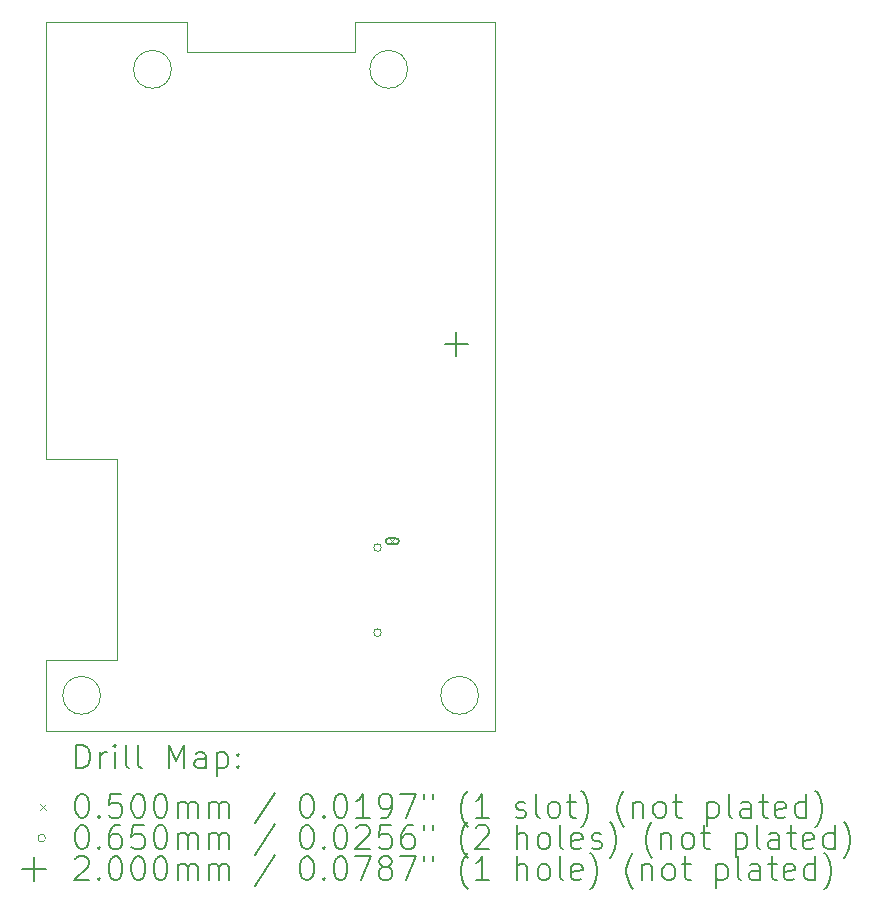
<source format=gbr>
%TF.GenerationSoftware,KiCad,Pcbnew,7.0.5*%
%TF.CreationDate,2023-06-26T09:37:44-04:00*%
%TF.ProjectId,ESP32Sensor-Sensor_board,45535033-3253-4656-9e73-6f722d53656e,rev?*%
%TF.SameCoordinates,Original*%
%TF.FileFunction,Drillmap*%
%TF.FilePolarity,Positive*%
%FSLAX45Y45*%
G04 Gerber Fmt 4.5, Leading zero omitted, Abs format (unit mm)*
G04 Created by KiCad (PCBNEW 7.0.5) date 2023-06-26 09:37:44*
%MOMM*%
%LPD*%
G01*
G04 APERTURE LIST*
%ADD10C,0.100000*%
%ADD11C,0.200000*%
%ADD12C,0.050000*%
%ADD13C,0.065000*%
G04 APERTURE END LIST*
D10*
X-1300000Y-3700000D02*
X-1300000Y-5400000D01*
X1900000Y-6000000D02*
X-1900000Y-6000000D01*
X-1900000Y0D02*
X-711200Y0D01*
X-840000Y-400000D02*
G75*
G03*
X-840000Y-400000I-160000J0D01*
G01*
X1760000Y-5700000D02*
G75*
G03*
X1760000Y-5700000I-160000J0D01*
G01*
X-1900000Y-3700000D02*
X-1300000Y-3700000D01*
X1900000Y0D02*
X1900000Y-6000000D01*
X-1900000Y-5400000D02*
X-1300000Y-5400000D01*
X-711200Y-254000D02*
X-711200Y0D01*
X-1900000Y0D02*
X-1900000Y-3700000D01*
X711200Y0D02*
X1900000Y0D01*
X-1440000Y-5700000D02*
G75*
G03*
X-1440000Y-5700000I-160000J0D01*
G01*
X711200Y0D02*
X711200Y-254000D01*
X711200Y-254000D02*
X-711200Y-254000D01*
X1160000Y-400000D02*
G75*
G03*
X1160000Y-400000I-160000J0D01*
G01*
X-1900000Y-6000000D02*
X-1900000Y-5400000D01*
D11*
D12*
X1005600Y-4370800D02*
X1055600Y-4420800D01*
X1055600Y-4370800D02*
X1005600Y-4420800D01*
D11*
X1000600Y-4420800D02*
X1060600Y-4420800D01*
X1060600Y-4420800D02*
G75*
G03*
X1060600Y-4370800I0J25000D01*
G01*
X1060600Y-4370800D02*
X1000600Y-4370800D01*
X1000600Y-4370800D02*
G75*
G03*
X1000600Y-4420800I0J-25000D01*
G01*
D13*
X938100Y-4448800D02*
G75*
G03*
X938100Y-4448800I-32500J0D01*
G01*
X938100Y-5168800D02*
G75*
G03*
X938100Y-5168800I-32500J0D01*
G01*
D11*
X1573800Y-2627800D02*
X1573800Y-2827800D01*
X1473800Y-2727800D02*
X1673800Y-2727800D01*
X-1644223Y-6316484D02*
X-1644223Y-6116484D01*
X-1644223Y-6116484D02*
X-1596604Y-6116484D01*
X-1596604Y-6116484D02*
X-1568033Y-6126008D01*
X-1568033Y-6126008D02*
X-1548985Y-6145055D01*
X-1548985Y-6145055D02*
X-1539461Y-6164103D01*
X-1539461Y-6164103D02*
X-1529937Y-6202198D01*
X-1529937Y-6202198D02*
X-1529937Y-6230769D01*
X-1529937Y-6230769D02*
X-1539461Y-6268865D01*
X-1539461Y-6268865D02*
X-1548985Y-6287912D01*
X-1548985Y-6287912D02*
X-1568033Y-6306960D01*
X-1568033Y-6306960D02*
X-1596604Y-6316484D01*
X-1596604Y-6316484D02*
X-1644223Y-6316484D01*
X-1444223Y-6316484D02*
X-1444223Y-6183150D01*
X-1444223Y-6221246D02*
X-1434699Y-6202198D01*
X-1434699Y-6202198D02*
X-1425175Y-6192674D01*
X-1425175Y-6192674D02*
X-1406128Y-6183150D01*
X-1406128Y-6183150D02*
X-1387080Y-6183150D01*
X-1320414Y-6316484D02*
X-1320414Y-6183150D01*
X-1320414Y-6116484D02*
X-1329937Y-6126008D01*
X-1329937Y-6126008D02*
X-1320414Y-6135531D01*
X-1320414Y-6135531D02*
X-1310890Y-6126008D01*
X-1310890Y-6126008D02*
X-1320414Y-6116484D01*
X-1320414Y-6116484D02*
X-1320414Y-6135531D01*
X-1196604Y-6316484D02*
X-1215652Y-6306960D01*
X-1215652Y-6306960D02*
X-1225176Y-6287912D01*
X-1225176Y-6287912D02*
X-1225176Y-6116484D01*
X-1091842Y-6316484D02*
X-1110890Y-6306960D01*
X-1110890Y-6306960D02*
X-1120414Y-6287912D01*
X-1120414Y-6287912D02*
X-1120414Y-6116484D01*
X-863271Y-6316484D02*
X-863271Y-6116484D01*
X-863271Y-6116484D02*
X-796604Y-6259341D01*
X-796604Y-6259341D02*
X-729937Y-6116484D01*
X-729937Y-6116484D02*
X-729937Y-6316484D01*
X-548985Y-6316484D02*
X-548985Y-6211722D01*
X-548985Y-6211722D02*
X-558509Y-6192674D01*
X-558509Y-6192674D02*
X-577556Y-6183150D01*
X-577556Y-6183150D02*
X-615652Y-6183150D01*
X-615652Y-6183150D02*
X-634699Y-6192674D01*
X-548985Y-6306960D02*
X-568033Y-6316484D01*
X-568033Y-6316484D02*
X-615652Y-6316484D01*
X-615652Y-6316484D02*
X-634699Y-6306960D01*
X-634699Y-6306960D02*
X-644223Y-6287912D01*
X-644223Y-6287912D02*
X-644223Y-6268865D01*
X-644223Y-6268865D02*
X-634699Y-6249817D01*
X-634699Y-6249817D02*
X-615652Y-6240293D01*
X-615652Y-6240293D02*
X-568033Y-6240293D01*
X-568033Y-6240293D02*
X-548985Y-6230769D01*
X-453747Y-6183150D02*
X-453747Y-6383150D01*
X-453747Y-6192674D02*
X-434699Y-6183150D01*
X-434699Y-6183150D02*
X-396604Y-6183150D01*
X-396604Y-6183150D02*
X-377556Y-6192674D01*
X-377556Y-6192674D02*
X-368033Y-6202198D01*
X-368033Y-6202198D02*
X-358509Y-6221246D01*
X-358509Y-6221246D02*
X-358509Y-6278388D01*
X-358509Y-6278388D02*
X-368033Y-6297436D01*
X-368033Y-6297436D02*
X-377556Y-6306960D01*
X-377556Y-6306960D02*
X-396604Y-6316484D01*
X-396604Y-6316484D02*
X-434699Y-6316484D01*
X-434699Y-6316484D02*
X-453747Y-6306960D01*
X-272795Y-6297436D02*
X-263271Y-6306960D01*
X-263271Y-6306960D02*
X-272795Y-6316484D01*
X-272795Y-6316484D02*
X-282318Y-6306960D01*
X-282318Y-6306960D02*
X-272795Y-6297436D01*
X-272795Y-6297436D02*
X-272795Y-6316484D01*
X-272795Y-6192674D02*
X-263271Y-6202198D01*
X-263271Y-6202198D02*
X-272795Y-6211722D01*
X-272795Y-6211722D02*
X-282318Y-6202198D01*
X-282318Y-6202198D02*
X-272795Y-6192674D01*
X-272795Y-6192674D02*
X-272795Y-6211722D01*
D12*
X-1955000Y-6620000D02*
X-1905000Y-6670000D01*
X-1905000Y-6620000D02*
X-1955000Y-6670000D01*
D11*
X-1606128Y-6536484D02*
X-1587080Y-6536484D01*
X-1587080Y-6536484D02*
X-1568033Y-6546008D01*
X-1568033Y-6546008D02*
X-1558509Y-6555531D01*
X-1558509Y-6555531D02*
X-1548985Y-6574579D01*
X-1548985Y-6574579D02*
X-1539461Y-6612674D01*
X-1539461Y-6612674D02*
X-1539461Y-6660293D01*
X-1539461Y-6660293D02*
X-1548985Y-6698388D01*
X-1548985Y-6698388D02*
X-1558509Y-6717436D01*
X-1558509Y-6717436D02*
X-1568033Y-6726960D01*
X-1568033Y-6726960D02*
X-1587080Y-6736484D01*
X-1587080Y-6736484D02*
X-1606128Y-6736484D01*
X-1606128Y-6736484D02*
X-1625175Y-6726960D01*
X-1625175Y-6726960D02*
X-1634699Y-6717436D01*
X-1634699Y-6717436D02*
X-1644223Y-6698388D01*
X-1644223Y-6698388D02*
X-1653747Y-6660293D01*
X-1653747Y-6660293D02*
X-1653747Y-6612674D01*
X-1653747Y-6612674D02*
X-1644223Y-6574579D01*
X-1644223Y-6574579D02*
X-1634699Y-6555531D01*
X-1634699Y-6555531D02*
X-1625175Y-6546008D01*
X-1625175Y-6546008D02*
X-1606128Y-6536484D01*
X-1453747Y-6717436D02*
X-1444223Y-6726960D01*
X-1444223Y-6726960D02*
X-1453747Y-6736484D01*
X-1453747Y-6736484D02*
X-1463271Y-6726960D01*
X-1463271Y-6726960D02*
X-1453747Y-6717436D01*
X-1453747Y-6717436D02*
X-1453747Y-6736484D01*
X-1263271Y-6536484D02*
X-1358509Y-6536484D01*
X-1358509Y-6536484D02*
X-1368033Y-6631722D01*
X-1368033Y-6631722D02*
X-1358509Y-6622198D01*
X-1358509Y-6622198D02*
X-1339461Y-6612674D01*
X-1339461Y-6612674D02*
X-1291842Y-6612674D01*
X-1291842Y-6612674D02*
X-1272795Y-6622198D01*
X-1272795Y-6622198D02*
X-1263271Y-6631722D01*
X-1263271Y-6631722D02*
X-1253747Y-6650769D01*
X-1253747Y-6650769D02*
X-1253747Y-6698388D01*
X-1253747Y-6698388D02*
X-1263271Y-6717436D01*
X-1263271Y-6717436D02*
X-1272795Y-6726960D01*
X-1272795Y-6726960D02*
X-1291842Y-6736484D01*
X-1291842Y-6736484D02*
X-1339461Y-6736484D01*
X-1339461Y-6736484D02*
X-1358509Y-6726960D01*
X-1358509Y-6726960D02*
X-1368033Y-6717436D01*
X-1129937Y-6536484D02*
X-1110890Y-6536484D01*
X-1110890Y-6536484D02*
X-1091842Y-6546008D01*
X-1091842Y-6546008D02*
X-1082318Y-6555531D01*
X-1082318Y-6555531D02*
X-1072795Y-6574579D01*
X-1072795Y-6574579D02*
X-1063271Y-6612674D01*
X-1063271Y-6612674D02*
X-1063271Y-6660293D01*
X-1063271Y-6660293D02*
X-1072795Y-6698388D01*
X-1072795Y-6698388D02*
X-1082318Y-6717436D01*
X-1082318Y-6717436D02*
X-1091842Y-6726960D01*
X-1091842Y-6726960D02*
X-1110890Y-6736484D01*
X-1110890Y-6736484D02*
X-1129937Y-6736484D01*
X-1129937Y-6736484D02*
X-1148985Y-6726960D01*
X-1148985Y-6726960D02*
X-1158509Y-6717436D01*
X-1158509Y-6717436D02*
X-1168033Y-6698388D01*
X-1168033Y-6698388D02*
X-1177556Y-6660293D01*
X-1177556Y-6660293D02*
X-1177556Y-6612674D01*
X-1177556Y-6612674D02*
X-1168033Y-6574579D01*
X-1168033Y-6574579D02*
X-1158509Y-6555531D01*
X-1158509Y-6555531D02*
X-1148985Y-6546008D01*
X-1148985Y-6546008D02*
X-1129937Y-6536484D01*
X-939461Y-6536484D02*
X-920413Y-6536484D01*
X-920413Y-6536484D02*
X-901366Y-6546008D01*
X-901366Y-6546008D02*
X-891842Y-6555531D01*
X-891842Y-6555531D02*
X-882318Y-6574579D01*
X-882318Y-6574579D02*
X-872794Y-6612674D01*
X-872794Y-6612674D02*
X-872794Y-6660293D01*
X-872794Y-6660293D02*
X-882318Y-6698388D01*
X-882318Y-6698388D02*
X-891842Y-6717436D01*
X-891842Y-6717436D02*
X-901366Y-6726960D01*
X-901366Y-6726960D02*
X-920413Y-6736484D01*
X-920413Y-6736484D02*
X-939461Y-6736484D01*
X-939461Y-6736484D02*
X-958509Y-6726960D01*
X-958509Y-6726960D02*
X-968033Y-6717436D01*
X-968033Y-6717436D02*
X-977556Y-6698388D01*
X-977556Y-6698388D02*
X-987080Y-6660293D01*
X-987080Y-6660293D02*
X-987080Y-6612674D01*
X-987080Y-6612674D02*
X-977556Y-6574579D01*
X-977556Y-6574579D02*
X-968033Y-6555531D01*
X-968033Y-6555531D02*
X-958509Y-6546008D01*
X-958509Y-6546008D02*
X-939461Y-6536484D01*
X-787080Y-6736484D02*
X-787080Y-6603150D01*
X-787080Y-6622198D02*
X-777556Y-6612674D01*
X-777556Y-6612674D02*
X-758509Y-6603150D01*
X-758509Y-6603150D02*
X-729937Y-6603150D01*
X-729937Y-6603150D02*
X-710890Y-6612674D01*
X-710890Y-6612674D02*
X-701366Y-6631722D01*
X-701366Y-6631722D02*
X-701366Y-6736484D01*
X-701366Y-6631722D02*
X-691842Y-6612674D01*
X-691842Y-6612674D02*
X-672795Y-6603150D01*
X-672795Y-6603150D02*
X-644223Y-6603150D01*
X-644223Y-6603150D02*
X-625175Y-6612674D01*
X-625175Y-6612674D02*
X-615652Y-6631722D01*
X-615652Y-6631722D02*
X-615652Y-6736484D01*
X-520413Y-6736484D02*
X-520413Y-6603150D01*
X-520413Y-6622198D02*
X-510890Y-6612674D01*
X-510890Y-6612674D02*
X-491842Y-6603150D01*
X-491842Y-6603150D02*
X-463271Y-6603150D01*
X-463271Y-6603150D02*
X-444223Y-6612674D01*
X-444223Y-6612674D02*
X-434699Y-6631722D01*
X-434699Y-6631722D02*
X-434699Y-6736484D01*
X-434699Y-6631722D02*
X-425175Y-6612674D01*
X-425175Y-6612674D02*
X-406128Y-6603150D01*
X-406128Y-6603150D02*
X-377556Y-6603150D01*
X-377556Y-6603150D02*
X-358509Y-6612674D01*
X-358509Y-6612674D02*
X-348985Y-6631722D01*
X-348985Y-6631722D02*
X-348985Y-6736484D01*
X41491Y-6526960D02*
X-129937Y-6784103D01*
X298634Y-6536484D02*
X317682Y-6536484D01*
X317682Y-6536484D02*
X336729Y-6546008D01*
X336729Y-6546008D02*
X346253Y-6555531D01*
X346253Y-6555531D02*
X355777Y-6574579D01*
X355777Y-6574579D02*
X365301Y-6612674D01*
X365301Y-6612674D02*
X365301Y-6660293D01*
X365301Y-6660293D02*
X355777Y-6698388D01*
X355777Y-6698388D02*
X346253Y-6717436D01*
X346253Y-6717436D02*
X336729Y-6726960D01*
X336729Y-6726960D02*
X317682Y-6736484D01*
X317682Y-6736484D02*
X298634Y-6736484D01*
X298634Y-6736484D02*
X279587Y-6726960D01*
X279587Y-6726960D02*
X270063Y-6717436D01*
X270063Y-6717436D02*
X260539Y-6698388D01*
X260539Y-6698388D02*
X251015Y-6660293D01*
X251015Y-6660293D02*
X251015Y-6612674D01*
X251015Y-6612674D02*
X260539Y-6574579D01*
X260539Y-6574579D02*
X270063Y-6555531D01*
X270063Y-6555531D02*
X279587Y-6546008D01*
X279587Y-6546008D02*
X298634Y-6536484D01*
X451015Y-6717436D02*
X460539Y-6726960D01*
X460539Y-6726960D02*
X451015Y-6736484D01*
X451015Y-6736484D02*
X441491Y-6726960D01*
X441491Y-6726960D02*
X451015Y-6717436D01*
X451015Y-6717436D02*
X451015Y-6736484D01*
X584348Y-6536484D02*
X603396Y-6536484D01*
X603396Y-6536484D02*
X622444Y-6546008D01*
X622444Y-6546008D02*
X631968Y-6555531D01*
X631968Y-6555531D02*
X641491Y-6574579D01*
X641491Y-6574579D02*
X651015Y-6612674D01*
X651015Y-6612674D02*
X651015Y-6660293D01*
X651015Y-6660293D02*
X641491Y-6698388D01*
X641491Y-6698388D02*
X631968Y-6717436D01*
X631968Y-6717436D02*
X622444Y-6726960D01*
X622444Y-6726960D02*
X603396Y-6736484D01*
X603396Y-6736484D02*
X584348Y-6736484D01*
X584348Y-6736484D02*
X565301Y-6726960D01*
X565301Y-6726960D02*
X555777Y-6717436D01*
X555777Y-6717436D02*
X546253Y-6698388D01*
X546253Y-6698388D02*
X536729Y-6660293D01*
X536729Y-6660293D02*
X536729Y-6612674D01*
X536729Y-6612674D02*
X546253Y-6574579D01*
X546253Y-6574579D02*
X555777Y-6555531D01*
X555777Y-6555531D02*
X565301Y-6546008D01*
X565301Y-6546008D02*
X584348Y-6536484D01*
X841491Y-6736484D02*
X727206Y-6736484D01*
X784348Y-6736484D02*
X784348Y-6536484D01*
X784348Y-6536484D02*
X765301Y-6565055D01*
X765301Y-6565055D02*
X746253Y-6584103D01*
X746253Y-6584103D02*
X727206Y-6593627D01*
X936729Y-6736484D02*
X974825Y-6736484D01*
X974825Y-6736484D02*
X993872Y-6726960D01*
X993872Y-6726960D02*
X1003396Y-6717436D01*
X1003396Y-6717436D02*
X1022444Y-6688865D01*
X1022444Y-6688865D02*
X1031967Y-6650769D01*
X1031967Y-6650769D02*
X1031967Y-6574579D01*
X1031967Y-6574579D02*
X1022444Y-6555531D01*
X1022444Y-6555531D02*
X1012920Y-6546008D01*
X1012920Y-6546008D02*
X993872Y-6536484D01*
X993872Y-6536484D02*
X955777Y-6536484D01*
X955777Y-6536484D02*
X936729Y-6546008D01*
X936729Y-6546008D02*
X927206Y-6555531D01*
X927206Y-6555531D02*
X917682Y-6574579D01*
X917682Y-6574579D02*
X917682Y-6622198D01*
X917682Y-6622198D02*
X927206Y-6641246D01*
X927206Y-6641246D02*
X936729Y-6650769D01*
X936729Y-6650769D02*
X955777Y-6660293D01*
X955777Y-6660293D02*
X993872Y-6660293D01*
X993872Y-6660293D02*
X1012920Y-6650769D01*
X1012920Y-6650769D02*
X1022444Y-6641246D01*
X1022444Y-6641246D02*
X1031967Y-6622198D01*
X1098634Y-6536484D02*
X1231968Y-6536484D01*
X1231968Y-6536484D02*
X1146253Y-6736484D01*
X1298634Y-6536484D02*
X1298634Y-6574579D01*
X1374825Y-6536484D02*
X1374825Y-6574579D01*
X1670063Y-6812674D02*
X1660539Y-6803150D01*
X1660539Y-6803150D02*
X1641491Y-6774579D01*
X1641491Y-6774579D02*
X1631968Y-6755531D01*
X1631968Y-6755531D02*
X1622444Y-6726960D01*
X1622444Y-6726960D02*
X1612920Y-6679341D01*
X1612920Y-6679341D02*
X1612920Y-6641246D01*
X1612920Y-6641246D02*
X1622444Y-6593627D01*
X1622444Y-6593627D02*
X1631968Y-6565055D01*
X1631968Y-6565055D02*
X1641491Y-6546008D01*
X1641491Y-6546008D02*
X1660539Y-6517436D01*
X1660539Y-6517436D02*
X1670063Y-6507912D01*
X1851015Y-6736484D02*
X1736729Y-6736484D01*
X1793872Y-6736484D02*
X1793872Y-6536484D01*
X1793872Y-6536484D02*
X1774825Y-6565055D01*
X1774825Y-6565055D02*
X1755777Y-6584103D01*
X1755777Y-6584103D02*
X1736729Y-6593627D01*
X2079587Y-6726960D02*
X2098634Y-6736484D01*
X2098634Y-6736484D02*
X2136730Y-6736484D01*
X2136730Y-6736484D02*
X2155777Y-6726960D01*
X2155777Y-6726960D02*
X2165301Y-6707912D01*
X2165301Y-6707912D02*
X2165301Y-6698388D01*
X2165301Y-6698388D02*
X2155777Y-6679341D01*
X2155777Y-6679341D02*
X2136730Y-6669817D01*
X2136730Y-6669817D02*
X2108158Y-6669817D01*
X2108158Y-6669817D02*
X2089110Y-6660293D01*
X2089110Y-6660293D02*
X2079587Y-6641246D01*
X2079587Y-6641246D02*
X2079587Y-6631722D01*
X2079587Y-6631722D02*
X2089110Y-6612674D01*
X2089110Y-6612674D02*
X2108158Y-6603150D01*
X2108158Y-6603150D02*
X2136730Y-6603150D01*
X2136730Y-6603150D02*
X2155777Y-6612674D01*
X2279587Y-6736484D02*
X2260539Y-6726960D01*
X2260539Y-6726960D02*
X2251015Y-6707912D01*
X2251015Y-6707912D02*
X2251015Y-6536484D01*
X2384349Y-6736484D02*
X2365301Y-6726960D01*
X2365301Y-6726960D02*
X2355777Y-6717436D01*
X2355777Y-6717436D02*
X2346253Y-6698388D01*
X2346253Y-6698388D02*
X2346253Y-6641246D01*
X2346253Y-6641246D02*
X2355777Y-6622198D01*
X2355777Y-6622198D02*
X2365301Y-6612674D01*
X2365301Y-6612674D02*
X2384349Y-6603150D01*
X2384349Y-6603150D02*
X2412920Y-6603150D01*
X2412920Y-6603150D02*
X2431968Y-6612674D01*
X2431968Y-6612674D02*
X2441492Y-6622198D01*
X2441492Y-6622198D02*
X2451015Y-6641246D01*
X2451015Y-6641246D02*
X2451015Y-6698388D01*
X2451015Y-6698388D02*
X2441492Y-6717436D01*
X2441492Y-6717436D02*
X2431968Y-6726960D01*
X2431968Y-6726960D02*
X2412920Y-6736484D01*
X2412920Y-6736484D02*
X2384349Y-6736484D01*
X2508158Y-6603150D02*
X2584349Y-6603150D01*
X2536730Y-6536484D02*
X2536730Y-6707912D01*
X2536730Y-6707912D02*
X2546253Y-6726960D01*
X2546253Y-6726960D02*
X2565301Y-6736484D01*
X2565301Y-6736484D02*
X2584349Y-6736484D01*
X2631968Y-6812674D02*
X2641492Y-6803150D01*
X2641492Y-6803150D02*
X2660539Y-6774579D01*
X2660539Y-6774579D02*
X2670063Y-6755531D01*
X2670063Y-6755531D02*
X2679587Y-6726960D01*
X2679587Y-6726960D02*
X2689111Y-6679341D01*
X2689111Y-6679341D02*
X2689111Y-6641246D01*
X2689111Y-6641246D02*
X2679587Y-6593627D01*
X2679587Y-6593627D02*
X2670063Y-6565055D01*
X2670063Y-6565055D02*
X2660539Y-6546008D01*
X2660539Y-6546008D02*
X2641492Y-6517436D01*
X2641492Y-6517436D02*
X2631968Y-6507912D01*
X2993872Y-6812674D02*
X2984349Y-6803150D01*
X2984349Y-6803150D02*
X2965301Y-6774579D01*
X2965301Y-6774579D02*
X2955777Y-6755531D01*
X2955777Y-6755531D02*
X2946253Y-6726960D01*
X2946253Y-6726960D02*
X2936730Y-6679341D01*
X2936730Y-6679341D02*
X2936730Y-6641246D01*
X2936730Y-6641246D02*
X2946253Y-6593627D01*
X2946253Y-6593627D02*
X2955777Y-6565055D01*
X2955777Y-6565055D02*
X2965301Y-6546008D01*
X2965301Y-6546008D02*
X2984349Y-6517436D01*
X2984349Y-6517436D02*
X2993872Y-6507912D01*
X3070063Y-6603150D02*
X3070063Y-6736484D01*
X3070063Y-6622198D02*
X3079587Y-6612674D01*
X3079587Y-6612674D02*
X3098634Y-6603150D01*
X3098634Y-6603150D02*
X3127206Y-6603150D01*
X3127206Y-6603150D02*
X3146253Y-6612674D01*
X3146253Y-6612674D02*
X3155777Y-6631722D01*
X3155777Y-6631722D02*
X3155777Y-6736484D01*
X3279587Y-6736484D02*
X3260539Y-6726960D01*
X3260539Y-6726960D02*
X3251015Y-6717436D01*
X3251015Y-6717436D02*
X3241491Y-6698388D01*
X3241491Y-6698388D02*
X3241491Y-6641246D01*
X3241491Y-6641246D02*
X3251015Y-6622198D01*
X3251015Y-6622198D02*
X3260539Y-6612674D01*
X3260539Y-6612674D02*
X3279587Y-6603150D01*
X3279587Y-6603150D02*
X3308158Y-6603150D01*
X3308158Y-6603150D02*
X3327206Y-6612674D01*
X3327206Y-6612674D02*
X3336730Y-6622198D01*
X3336730Y-6622198D02*
X3346253Y-6641246D01*
X3346253Y-6641246D02*
X3346253Y-6698388D01*
X3346253Y-6698388D02*
X3336730Y-6717436D01*
X3336730Y-6717436D02*
X3327206Y-6726960D01*
X3327206Y-6726960D02*
X3308158Y-6736484D01*
X3308158Y-6736484D02*
X3279587Y-6736484D01*
X3403396Y-6603150D02*
X3479587Y-6603150D01*
X3431968Y-6536484D02*
X3431968Y-6707912D01*
X3431968Y-6707912D02*
X3441491Y-6726960D01*
X3441491Y-6726960D02*
X3460539Y-6736484D01*
X3460539Y-6736484D02*
X3479587Y-6736484D01*
X3698634Y-6603150D02*
X3698634Y-6803150D01*
X3698634Y-6612674D02*
X3717682Y-6603150D01*
X3717682Y-6603150D02*
X3755777Y-6603150D01*
X3755777Y-6603150D02*
X3774825Y-6612674D01*
X3774825Y-6612674D02*
X3784349Y-6622198D01*
X3784349Y-6622198D02*
X3793872Y-6641246D01*
X3793872Y-6641246D02*
X3793872Y-6698388D01*
X3793872Y-6698388D02*
X3784349Y-6717436D01*
X3784349Y-6717436D02*
X3774825Y-6726960D01*
X3774825Y-6726960D02*
X3755777Y-6736484D01*
X3755777Y-6736484D02*
X3717682Y-6736484D01*
X3717682Y-6736484D02*
X3698634Y-6726960D01*
X3908158Y-6736484D02*
X3889111Y-6726960D01*
X3889111Y-6726960D02*
X3879587Y-6707912D01*
X3879587Y-6707912D02*
X3879587Y-6536484D01*
X4070063Y-6736484D02*
X4070063Y-6631722D01*
X4070063Y-6631722D02*
X4060539Y-6612674D01*
X4060539Y-6612674D02*
X4041492Y-6603150D01*
X4041492Y-6603150D02*
X4003396Y-6603150D01*
X4003396Y-6603150D02*
X3984349Y-6612674D01*
X4070063Y-6726960D02*
X4051015Y-6736484D01*
X4051015Y-6736484D02*
X4003396Y-6736484D01*
X4003396Y-6736484D02*
X3984349Y-6726960D01*
X3984349Y-6726960D02*
X3974825Y-6707912D01*
X3974825Y-6707912D02*
X3974825Y-6688865D01*
X3974825Y-6688865D02*
X3984349Y-6669817D01*
X3984349Y-6669817D02*
X4003396Y-6660293D01*
X4003396Y-6660293D02*
X4051015Y-6660293D01*
X4051015Y-6660293D02*
X4070063Y-6650769D01*
X4136730Y-6603150D02*
X4212920Y-6603150D01*
X4165301Y-6536484D02*
X4165301Y-6707912D01*
X4165301Y-6707912D02*
X4174825Y-6726960D01*
X4174825Y-6726960D02*
X4193872Y-6736484D01*
X4193872Y-6736484D02*
X4212920Y-6736484D01*
X4355777Y-6726960D02*
X4336730Y-6736484D01*
X4336730Y-6736484D02*
X4298634Y-6736484D01*
X4298634Y-6736484D02*
X4279587Y-6726960D01*
X4279587Y-6726960D02*
X4270063Y-6707912D01*
X4270063Y-6707912D02*
X4270063Y-6631722D01*
X4270063Y-6631722D02*
X4279587Y-6612674D01*
X4279587Y-6612674D02*
X4298634Y-6603150D01*
X4298634Y-6603150D02*
X4336730Y-6603150D01*
X4336730Y-6603150D02*
X4355777Y-6612674D01*
X4355777Y-6612674D02*
X4365301Y-6631722D01*
X4365301Y-6631722D02*
X4365301Y-6650769D01*
X4365301Y-6650769D02*
X4270063Y-6669817D01*
X4536730Y-6736484D02*
X4536730Y-6536484D01*
X4536730Y-6726960D02*
X4517682Y-6736484D01*
X4517682Y-6736484D02*
X4479587Y-6736484D01*
X4479587Y-6736484D02*
X4460539Y-6726960D01*
X4460539Y-6726960D02*
X4451015Y-6717436D01*
X4451015Y-6717436D02*
X4441492Y-6698388D01*
X4441492Y-6698388D02*
X4441492Y-6641246D01*
X4441492Y-6641246D02*
X4451015Y-6622198D01*
X4451015Y-6622198D02*
X4460539Y-6612674D01*
X4460539Y-6612674D02*
X4479587Y-6603150D01*
X4479587Y-6603150D02*
X4517682Y-6603150D01*
X4517682Y-6603150D02*
X4536730Y-6612674D01*
X4612920Y-6812674D02*
X4622444Y-6803150D01*
X4622444Y-6803150D02*
X4641492Y-6774579D01*
X4641492Y-6774579D02*
X4651015Y-6755531D01*
X4651015Y-6755531D02*
X4660539Y-6726960D01*
X4660539Y-6726960D02*
X4670063Y-6679341D01*
X4670063Y-6679341D02*
X4670063Y-6641246D01*
X4670063Y-6641246D02*
X4660539Y-6593627D01*
X4660539Y-6593627D02*
X4651015Y-6565055D01*
X4651015Y-6565055D02*
X4641492Y-6546008D01*
X4641492Y-6546008D02*
X4622444Y-6517436D01*
X4622444Y-6517436D02*
X4612920Y-6507912D01*
D13*
X-1905000Y-6909000D02*
G75*
G03*
X-1905000Y-6909000I-32500J0D01*
G01*
D11*
X-1606128Y-6800484D02*
X-1587080Y-6800484D01*
X-1587080Y-6800484D02*
X-1568033Y-6810008D01*
X-1568033Y-6810008D02*
X-1558509Y-6819531D01*
X-1558509Y-6819531D02*
X-1548985Y-6838579D01*
X-1548985Y-6838579D02*
X-1539461Y-6876674D01*
X-1539461Y-6876674D02*
X-1539461Y-6924293D01*
X-1539461Y-6924293D02*
X-1548985Y-6962388D01*
X-1548985Y-6962388D02*
X-1558509Y-6981436D01*
X-1558509Y-6981436D02*
X-1568033Y-6990960D01*
X-1568033Y-6990960D02*
X-1587080Y-7000484D01*
X-1587080Y-7000484D02*
X-1606128Y-7000484D01*
X-1606128Y-7000484D02*
X-1625175Y-6990960D01*
X-1625175Y-6990960D02*
X-1634699Y-6981436D01*
X-1634699Y-6981436D02*
X-1644223Y-6962388D01*
X-1644223Y-6962388D02*
X-1653747Y-6924293D01*
X-1653747Y-6924293D02*
X-1653747Y-6876674D01*
X-1653747Y-6876674D02*
X-1644223Y-6838579D01*
X-1644223Y-6838579D02*
X-1634699Y-6819531D01*
X-1634699Y-6819531D02*
X-1625175Y-6810008D01*
X-1625175Y-6810008D02*
X-1606128Y-6800484D01*
X-1453747Y-6981436D02*
X-1444223Y-6990960D01*
X-1444223Y-6990960D02*
X-1453747Y-7000484D01*
X-1453747Y-7000484D02*
X-1463271Y-6990960D01*
X-1463271Y-6990960D02*
X-1453747Y-6981436D01*
X-1453747Y-6981436D02*
X-1453747Y-7000484D01*
X-1272795Y-6800484D02*
X-1310890Y-6800484D01*
X-1310890Y-6800484D02*
X-1329937Y-6810008D01*
X-1329937Y-6810008D02*
X-1339461Y-6819531D01*
X-1339461Y-6819531D02*
X-1358509Y-6848103D01*
X-1358509Y-6848103D02*
X-1368033Y-6886198D01*
X-1368033Y-6886198D02*
X-1368033Y-6962388D01*
X-1368033Y-6962388D02*
X-1358509Y-6981436D01*
X-1358509Y-6981436D02*
X-1348985Y-6990960D01*
X-1348985Y-6990960D02*
X-1329937Y-7000484D01*
X-1329937Y-7000484D02*
X-1291842Y-7000484D01*
X-1291842Y-7000484D02*
X-1272795Y-6990960D01*
X-1272795Y-6990960D02*
X-1263271Y-6981436D01*
X-1263271Y-6981436D02*
X-1253747Y-6962388D01*
X-1253747Y-6962388D02*
X-1253747Y-6914769D01*
X-1253747Y-6914769D02*
X-1263271Y-6895722D01*
X-1263271Y-6895722D02*
X-1272795Y-6886198D01*
X-1272795Y-6886198D02*
X-1291842Y-6876674D01*
X-1291842Y-6876674D02*
X-1329937Y-6876674D01*
X-1329937Y-6876674D02*
X-1348985Y-6886198D01*
X-1348985Y-6886198D02*
X-1358509Y-6895722D01*
X-1358509Y-6895722D02*
X-1368033Y-6914769D01*
X-1072795Y-6800484D02*
X-1168033Y-6800484D01*
X-1168033Y-6800484D02*
X-1177556Y-6895722D01*
X-1177556Y-6895722D02*
X-1168033Y-6886198D01*
X-1168033Y-6886198D02*
X-1148985Y-6876674D01*
X-1148985Y-6876674D02*
X-1101366Y-6876674D01*
X-1101366Y-6876674D02*
X-1082318Y-6886198D01*
X-1082318Y-6886198D02*
X-1072795Y-6895722D01*
X-1072795Y-6895722D02*
X-1063271Y-6914769D01*
X-1063271Y-6914769D02*
X-1063271Y-6962388D01*
X-1063271Y-6962388D02*
X-1072795Y-6981436D01*
X-1072795Y-6981436D02*
X-1082318Y-6990960D01*
X-1082318Y-6990960D02*
X-1101366Y-7000484D01*
X-1101366Y-7000484D02*
X-1148985Y-7000484D01*
X-1148985Y-7000484D02*
X-1168033Y-6990960D01*
X-1168033Y-6990960D02*
X-1177556Y-6981436D01*
X-939461Y-6800484D02*
X-920413Y-6800484D01*
X-920413Y-6800484D02*
X-901366Y-6810008D01*
X-901366Y-6810008D02*
X-891842Y-6819531D01*
X-891842Y-6819531D02*
X-882318Y-6838579D01*
X-882318Y-6838579D02*
X-872794Y-6876674D01*
X-872794Y-6876674D02*
X-872794Y-6924293D01*
X-872794Y-6924293D02*
X-882318Y-6962388D01*
X-882318Y-6962388D02*
X-891842Y-6981436D01*
X-891842Y-6981436D02*
X-901366Y-6990960D01*
X-901366Y-6990960D02*
X-920413Y-7000484D01*
X-920413Y-7000484D02*
X-939461Y-7000484D01*
X-939461Y-7000484D02*
X-958509Y-6990960D01*
X-958509Y-6990960D02*
X-968033Y-6981436D01*
X-968033Y-6981436D02*
X-977556Y-6962388D01*
X-977556Y-6962388D02*
X-987080Y-6924293D01*
X-987080Y-6924293D02*
X-987080Y-6876674D01*
X-987080Y-6876674D02*
X-977556Y-6838579D01*
X-977556Y-6838579D02*
X-968033Y-6819531D01*
X-968033Y-6819531D02*
X-958509Y-6810008D01*
X-958509Y-6810008D02*
X-939461Y-6800484D01*
X-787080Y-7000484D02*
X-787080Y-6867150D01*
X-787080Y-6886198D02*
X-777556Y-6876674D01*
X-777556Y-6876674D02*
X-758509Y-6867150D01*
X-758509Y-6867150D02*
X-729937Y-6867150D01*
X-729937Y-6867150D02*
X-710890Y-6876674D01*
X-710890Y-6876674D02*
X-701366Y-6895722D01*
X-701366Y-6895722D02*
X-701366Y-7000484D01*
X-701366Y-6895722D02*
X-691842Y-6876674D01*
X-691842Y-6876674D02*
X-672795Y-6867150D01*
X-672795Y-6867150D02*
X-644223Y-6867150D01*
X-644223Y-6867150D02*
X-625175Y-6876674D01*
X-625175Y-6876674D02*
X-615652Y-6895722D01*
X-615652Y-6895722D02*
X-615652Y-7000484D01*
X-520413Y-7000484D02*
X-520413Y-6867150D01*
X-520413Y-6886198D02*
X-510890Y-6876674D01*
X-510890Y-6876674D02*
X-491842Y-6867150D01*
X-491842Y-6867150D02*
X-463271Y-6867150D01*
X-463271Y-6867150D02*
X-444223Y-6876674D01*
X-444223Y-6876674D02*
X-434699Y-6895722D01*
X-434699Y-6895722D02*
X-434699Y-7000484D01*
X-434699Y-6895722D02*
X-425175Y-6876674D01*
X-425175Y-6876674D02*
X-406128Y-6867150D01*
X-406128Y-6867150D02*
X-377556Y-6867150D01*
X-377556Y-6867150D02*
X-358509Y-6876674D01*
X-358509Y-6876674D02*
X-348985Y-6895722D01*
X-348985Y-6895722D02*
X-348985Y-7000484D01*
X41491Y-6790960D02*
X-129937Y-7048103D01*
X298634Y-6800484D02*
X317682Y-6800484D01*
X317682Y-6800484D02*
X336729Y-6810008D01*
X336729Y-6810008D02*
X346253Y-6819531D01*
X346253Y-6819531D02*
X355777Y-6838579D01*
X355777Y-6838579D02*
X365301Y-6876674D01*
X365301Y-6876674D02*
X365301Y-6924293D01*
X365301Y-6924293D02*
X355777Y-6962388D01*
X355777Y-6962388D02*
X346253Y-6981436D01*
X346253Y-6981436D02*
X336729Y-6990960D01*
X336729Y-6990960D02*
X317682Y-7000484D01*
X317682Y-7000484D02*
X298634Y-7000484D01*
X298634Y-7000484D02*
X279587Y-6990960D01*
X279587Y-6990960D02*
X270063Y-6981436D01*
X270063Y-6981436D02*
X260539Y-6962388D01*
X260539Y-6962388D02*
X251015Y-6924293D01*
X251015Y-6924293D02*
X251015Y-6876674D01*
X251015Y-6876674D02*
X260539Y-6838579D01*
X260539Y-6838579D02*
X270063Y-6819531D01*
X270063Y-6819531D02*
X279587Y-6810008D01*
X279587Y-6810008D02*
X298634Y-6800484D01*
X451015Y-6981436D02*
X460539Y-6990960D01*
X460539Y-6990960D02*
X451015Y-7000484D01*
X451015Y-7000484D02*
X441491Y-6990960D01*
X441491Y-6990960D02*
X451015Y-6981436D01*
X451015Y-6981436D02*
X451015Y-7000484D01*
X584348Y-6800484D02*
X603396Y-6800484D01*
X603396Y-6800484D02*
X622444Y-6810008D01*
X622444Y-6810008D02*
X631968Y-6819531D01*
X631968Y-6819531D02*
X641491Y-6838579D01*
X641491Y-6838579D02*
X651015Y-6876674D01*
X651015Y-6876674D02*
X651015Y-6924293D01*
X651015Y-6924293D02*
X641491Y-6962388D01*
X641491Y-6962388D02*
X631968Y-6981436D01*
X631968Y-6981436D02*
X622444Y-6990960D01*
X622444Y-6990960D02*
X603396Y-7000484D01*
X603396Y-7000484D02*
X584348Y-7000484D01*
X584348Y-7000484D02*
X565301Y-6990960D01*
X565301Y-6990960D02*
X555777Y-6981436D01*
X555777Y-6981436D02*
X546253Y-6962388D01*
X546253Y-6962388D02*
X536729Y-6924293D01*
X536729Y-6924293D02*
X536729Y-6876674D01*
X536729Y-6876674D02*
X546253Y-6838579D01*
X546253Y-6838579D02*
X555777Y-6819531D01*
X555777Y-6819531D02*
X565301Y-6810008D01*
X565301Y-6810008D02*
X584348Y-6800484D01*
X727206Y-6819531D02*
X736729Y-6810008D01*
X736729Y-6810008D02*
X755777Y-6800484D01*
X755777Y-6800484D02*
X803396Y-6800484D01*
X803396Y-6800484D02*
X822444Y-6810008D01*
X822444Y-6810008D02*
X831967Y-6819531D01*
X831967Y-6819531D02*
X841491Y-6838579D01*
X841491Y-6838579D02*
X841491Y-6857627D01*
X841491Y-6857627D02*
X831967Y-6886198D01*
X831967Y-6886198D02*
X717682Y-7000484D01*
X717682Y-7000484D02*
X841491Y-7000484D01*
X1022444Y-6800484D02*
X927206Y-6800484D01*
X927206Y-6800484D02*
X917682Y-6895722D01*
X917682Y-6895722D02*
X927206Y-6886198D01*
X927206Y-6886198D02*
X946253Y-6876674D01*
X946253Y-6876674D02*
X993872Y-6876674D01*
X993872Y-6876674D02*
X1012920Y-6886198D01*
X1012920Y-6886198D02*
X1022444Y-6895722D01*
X1022444Y-6895722D02*
X1031967Y-6914769D01*
X1031967Y-6914769D02*
X1031967Y-6962388D01*
X1031967Y-6962388D02*
X1022444Y-6981436D01*
X1022444Y-6981436D02*
X1012920Y-6990960D01*
X1012920Y-6990960D02*
X993872Y-7000484D01*
X993872Y-7000484D02*
X946253Y-7000484D01*
X946253Y-7000484D02*
X927206Y-6990960D01*
X927206Y-6990960D02*
X917682Y-6981436D01*
X1203396Y-6800484D02*
X1165301Y-6800484D01*
X1165301Y-6800484D02*
X1146253Y-6810008D01*
X1146253Y-6810008D02*
X1136729Y-6819531D01*
X1136729Y-6819531D02*
X1117682Y-6848103D01*
X1117682Y-6848103D02*
X1108158Y-6886198D01*
X1108158Y-6886198D02*
X1108158Y-6962388D01*
X1108158Y-6962388D02*
X1117682Y-6981436D01*
X1117682Y-6981436D02*
X1127206Y-6990960D01*
X1127206Y-6990960D02*
X1146253Y-7000484D01*
X1146253Y-7000484D02*
X1184349Y-7000484D01*
X1184349Y-7000484D02*
X1203396Y-6990960D01*
X1203396Y-6990960D02*
X1212920Y-6981436D01*
X1212920Y-6981436D02*
X1222444Y-6962388D01*
X1222444Y-6962388D02*
X1222444Y-6914769D01*
X1222444Y-6914769D02*
X1212920Y-6895722D01*
X1212920Y-6895722D02*
X1203396Y-6886198D01*
X1203396Y-6886198D02*
X1184349Y-6876674D01*
X1184349Y-6876674D02*
X1146253Y-6876674D01*
X1146253Y-6876674D02*
X1127206Y-6886198D01*
X1127206Y-6886198D02*
X1117682Y-6895722D01*
X1117682Y-6895722D02*
X1108158Y-6914769D01*
X1298634Y-6800484D02*
X1298634Y-6838579D01*
X1374825Y-6800484D02*
X1374825Y-6838579D01*
X1670063Y-7076674D02*
X1660539Y-7067150D01*
X1660539Y-7067150D02*
X1641491Y-7038579D01*
X1641491Y-7038579D02*
X1631968Y-7019531D01*
X1631968Y-7019531D02*
X1622444Y-6990960D01*
X1622444Y-6990960D02*
X1612920Y-6943341D01*
X1612920Y-6943341D02*
X1612920Y-6905246D01*
X1612920Y-6905246D02*
X1622444Y-6857627D01*
X1622444Y-6857627D02*
X1631968Y-6829055D01*
X1631968Y-6829055D02*
X1641491Y-6810008D01*
X1641491Y-6810008D02*
X1660539Y-6781436D01*
X1660539Y-6781436D02*
X1670063Y-6771912D01*
X1736729Y-6819531D02*
X1746253Y-6810008D01*
X1746253Y-6810008D02*
X1765301Y-6800484D01*
X1765301Y-6800484D02*
X1812920Y-6800484D01*
X1812920Y-6800484D02*
X1831968Y-6810008D01*
X1831968Y-6810008D02*
X1841491Y-6819531D01*
X1841491Y-6819531D02*
X1851015Y-6838579D01*
X1851015Y-6838579D02*
X1851015Y-6857627D01*
X1851015Y-6857627D02*
X1841491Y-6886198D01*
X1841491Y-6886198D02*
X1727206Y-7000484D01*
X1727206Y-7000484D02*
X1851015Y-7000484D01*
X2089110Y-7000484D02*
X2089110Y-6800484D01*
X2174825Y-7000484D02*
X2174825Y-6895722D01*
X2174825Y-6895722D02*
X2165301Y-6876674D01*
X2165301Y-6876674D02*
X2146253Y-6867150D01*
X2146253Y-6867150D02*
X2117682Y-6867150D01*
X2117682Y-6867150D02*
X2098634Y-6876674D01*
X2098634Y-6876674D02*
X2089110Y-6886198D01*
X2298634Y-7000484D02*
X2279587Y-6990960D01*
X2279587Y-6990960D02*
X2270063Y-6981436D01*
X2270063Y-6981436D02*
X2260539Y-6962388D01*
X2260539Y-6962388D02*
X2260539Y-6905246D01*
X2260539Y-6905246D02*
X2270063Y-6886198D01*
X2270063Y-6886198D02*
X2279587Y-6876674D01*
X2279587Y-6876674D02*
X2298634Y-6867150D01*
X2298634Y-6867150D02*
X2327206Y-6867150D01*
X2327206Y-6867150D02*
X2346253Y-6876674D01*
X2346253Y-6876674D02*
X2355777Y-6886198D01*
X2355777Y-6886198D02*
X2365301Y-6905246D01*
X2365301Y-6905246D02*
X2365301Y-6962388D01*
X2365301Y-6962388D02*
X2355777Y-6981436D01*
X2355777Y-6981436D02*
X2346253Y-6990960D01*
X2346253Y-6990960D02*
X2327206Y-7000484D01*
X2327206Y-7000484D02*
X2298634Y-7000484D01*
X2479587Y-7000484D02*
X2460539Y-6990960D01*
X2460539Y-6990960D02*
X2451015Y-6971912D01*
X2451015Y-6971912D02*
X2451015Y-6800484D01*
X2631968Y-6990960D02*
X2612920Y-7000484D01*
X2612920Y-7000484D02*
X2574825Y-7000484D01*
X2574825Y-7000484D02*
X2555777Y-6990960D01*
X2555777Y-6990960D02*
X2546253Y-6971912D01*
X2546253Y-6971912D02*
X2546253Y-6895722D01*
X2546253Y-6895722D02*
X2555777Y-6876674D01*
X2555777Y-6876674D02*
X2574825Y-6867150D01*
X2574825Y-6867150D02*
X2612920Y-6867150D01*
X2612920Y-6867150D02*
X2631968Y-6876674D01*
X2631968Y-6876674D02*
X2641492Y-6895722D01*
X2641492Y-6895722D02*
X2641492Y-6914769D01*
X2641492Y-6914769D02*
X2546253Y-6933817D01*
X2717682Y-6990960D02*
X2736730Y-7000484D01*
X2736730Y-7000484D02*
X2774825Y-7000484D01*
X2774825Y-7000484D02*
X2793873Y-6990960D01*
X2793873Y-6990960D02*
X2803396Y-6971912D01*
X2803396Y-6971912D02*
X2803396Y-6962388D01*
X2803396Y-6962388D02*
X2793873Y-6943341D01*
X2793873Y-6943341D02*
X2774825Y-6933817D01*
X2774825Y-6933817D02*
X2746253Y-6933817D01*
X2746253Y-6933817D02*
X2727206Y-6924293D01*
X2727206Y-6924293D02*
X2717682Y-6905246D01*
X2717682Y-6905246D02*
X2717682Y-6895722D01*
X2717682Y-6895722D02*
X2727206Y-6876674D01*
X2727206Y-6876674D02*
X2746253Y-6867150D01*
X2746253Y-6867150D02*
X2774825Y-6867150D01*
X2774825Y-6867150D02*
X2793873Y-6876674D01*
X2870063Y-7076674D02*
X2879587Y-7067150D01*
X2879587Y-7067150D02*
X2898634Y-7038579D01*
X2898634Y-7038579D02*
X2908158Y-7019531D01*
X2908158Y-7019531D02*
X2917682Y-6990960D01*
X2917682Y-6990960D02*
X2927206Y-6943341D01*
X2927206Y-6943341D02*
X2927206Y-6905246D01*
X2927206Y-6905246D02*
X2917682Y-6857627D01*
X2917682Y-6857627D02*
X2908158Y-6829055D01*
X2908158Y-6829055D02*
X2898634Y-6810008D01*
X2898634Y-6810008D02*
X2879587Y-6781436D01*
X2879587Y-6781436D02*
X2870063Y-6771912D01*
X3231968Y-7076674D02*
X3222444Y-7067150D01*
X3222444Y-7067150D02*
X3203396Y-7038579D01*
X3203396Y-7038579D02*
X3193872Y-7019531D01*
X3193872Y-7019531D02*
X3184349Y-6990960D01*
X3184349Y-6990960D02*
X3174825Y-6943341D01*
X3174825Y-6943341D02*
X3174825Y-6905246D01*
X3174825Y-6905246D02*
X3184349Y-6857627D01*
X3184349Y-6857627D02*
X3193872Y-6829055D01*
X3193872Y-6829055D02*
X3203396Y-6810008D01*
X3203396Y-6810008D02*
X3222444Y-6781436D01*
X3222444Y-6781436D02*
X3231968Y-6771912D01*
X3308158Y-6867150D02*
X3308158Y-7000484D01*
X3308158Y-6886198D02*
X3317682Y-6876674D01*
X3317682Y-6876674D02*
X3336730Y-6867150D01*
X3336730Y-6867150D02*
X3365301Y-6867150D01*
X3365301Y-6867150D02*
X3384349Y-6876674D01*
X3384349Y-6876674D02*
X3393872Y-6895722D01*
X3393872Y-6895722D02*
X3393872Y-7000484D01*
X3517682Y-7000484D02*
X3498634Y-6990960D01*
X3498634Y-6990960D02*
X3489111Y-6981436D01*
X3489111Y-6981436D02*
X3479587Y-6962388D01*
X3479587Y-6962388D02*
X3479587Y-6905246D01*
X3479587Y-6905246D02*
X3489111Y-6886198D01*
X3489111Y-6886198D02*
X3498634Y-6876674D01*
X3498634Y-6876674D02*
X3517682Y-6867150D01*
X3517682Y-6867150D02*
X3546253Y-6867150D01*
X3546253Y-6867150D02*
X3565301Y-6876674D01*
X3565301Y-6876674D02*
X3574825Y-6886198D01*
X3574825Y-6886198D02*
X3584349Y-6905246D01*
X3584349Y-6905246D02*
X3584349Y-6962388D01*
X3584349Y-6962388D02*
X3574825Y-6981436D01*
X3574825Y-6981436D02*
X3565301Y-6990960D01*
X3565301Y-6990960D02*
X3546253Y-7000484D01*
X3546253Y-7000484D02*
X3517682Y-7000484D01*
X3641492Y-6867150D02*
X3717682Y-6867150D01*
X3670063Y-6800484D02*
X3670063Y-6971912D01*
X3670063Y-6971912D02*
X3679587Y-6990960D01*
X3679587Y-6990960D02*
X3698634Y-7000484D01*
X3698634Y-7000484D02*
X3717682Y-7000484D01*
X3936730Y-6867150D02*
X3936730Y-7067150D01*
X3936730Y-6876674D02*
X3955777Y-6867150D01*
X3955777Y-6867150D02*
X3993873Y-6867150D01*
X3993873Y-6867150D02*
X4012920Y-6876674D01*
X4012920Y-6876674D02*
X4022444Y-6886198D01*
X4022444Y-6886198D02*
X4031968Y-6905246D01*
X4031968Y-6905246D02*
X4031968Y-6962388D01*
X4031968Y-6962388D02*
X4022444Y-6981436D01*
X4022444Y-6981436D02*
X4012920Y-6990960D01*
X4012920Y-6990960D02*
X3993873Y-7000484D01*
X3993873Y-7000484D02*
X3955777Y-7000484D01*
X3955777Y-7000484D02*
X3936730Y-6990960D01*
X4146253Y-7000484D02*
X4127206Y-6990960D01*
X4127206Y-6990960D02*
X4117682Y-6971912D01*
X4117682Y-6971912D02*
X4117682Y-6800484D01*
X4308158Y-7000484D02*
X4308158Y-6895722D01*
X4308158Y-6895722D02*
X4298635Y-6876674D01*
X4298635Y-6876674D02*
X4279587Y-6867150D01*
X4279587Y-6867150D02*
X4241492Y-6867150D01*
X4241492Y-6867150D02*
X4222444Y-6876674D01*
X4308158Y-6990960D02*
X4289111Y-7000484D01*
X4289111Y-7000484D02*
X4241492Y-7000484D01*
X4241492Y-7000484D02*
X4222444Y-6990960D01*
X4222444Y-6990960D02*
X4212920Y-6971912D01*
X4212920Y-6971912D02*
X4212920Y-6952865D01*
X4212920Y-6952865D02*
X4222444Y-6933817D01*
X4222444Y-6933817D02*
X4241492Y-6924293D01*
X4241492Y-6924293D02*
X4289111Y-6924293D01*
X4289111Y-6924293D02*
X4308158Y-6914769D01*
X4374825Y-6867150D02*
X4451015Y-6867150D01*
X4403396Y-6800484D02*
X4403396Y-6971912D01*
X4403396Y-6971912D02*
X4412920Y-6990960D01*
X4412920Y-6990960D02*
X4431968Y-7000484D01*
X4431968Y-7000484D02*
X4451015Y-7000484D01*
X4593873Y-6990960D02*
X4574825Y-7000484D01*
X4574825Y-7000484D02*
X4536730Y-7000484D01*
X4536730Y-7000484D02*
X4517682Y-6990960D01*
X4517682Y-6990960D02*
X4508158Y-6971912D01*
X4508158Y-6971912D02*
X4508158Y-6895722D01*
X4508158Y-6895722D02*
X4517682Y-6876674D01*
X4517682Y-6876674D02*
X4536730Y-6867150D01*
X4536730Y-6867150D02*
X4574825Y-6867150D01*
X4574825Y-6867150D02*
X4593873Y-6876674D01*
X4593873Y-6876674D02*
X4603396Y-6895722D01*
X4603396Y-6895722D02*
X4603396Y-6914769D01*
X4603396Y-6914769D02*
X4508158Y-6933817D01*
X4774825Y-7000484D02*
X4774825Y-6800484D01*
X4774825Y-6990960D02*
X4755777Y-7000484D01*
X4755777Y-7000484D02*
X4717682Y-7000484D01*
X4717682Y-7000484D02*
X4698635Y-6990960D01*
X4698635Y-6990960D02*
X4689111Y-6981436D01*
X4689111Y-6981436D02*
X4679587Y-6962388D01*
X4679587Y-6962388D02*
X4679587Y-6905246D01*
X4679587Y-6905246D02*
X4689111Y-6886198D01*
X4689111Y-6886198D02*
X4698635Y-6876674D01*
X4698635Y-6876674D02*
X4717682Y-6867150D01*
X4717682Y-6867150D02*
X4755777Y-6867150D01*
X4755777Y-6867150D02*
X4774825Y-6876674D01*
X4851016Y-7076674D02*
X4860539Y-7067150D01*
X4860539Y-7067150D02*
X4879587Y-7038579D01*
X4879587Y-7038579D02*
X4889111Y-7019531D01*
X4889111Y-7019531D02*
X4898635Y-6990960D01*
X4898635Y-6990960D02*
X4908158Y-6943341D01*
X4908158Y-6943341D02*
X4908158Y-6905246D01*
X4908158Y-6905246D02*
X4898635Y-6857627D01*
X4898635Y-6857627D02*
X4889111Y-6829055D01*
X4889111Y-6829055D02*
X4879587Y-6810008D01*
X4879587Y-6810008D02*
X4860539Y-6781436D01*
X4860539Y-6781436D02*
X4851016Y-6771912D01*
X-2005000Y-7073000D02*
X-2005000Y-7273000D01*
X-2105000Y-7173000D02*
X-1905000Y-7173000D01*
X-1653747Y-7083531D02*
X-1644223Y-7074008D01*
X-1644223Y-7074008D02*
X-1625175Y-7064484D01*
X-1625175Y-7064484D02*
X-1577556Y-7064484D01*
X-1577556Y-7064484D02*
X-1558509Y-7074008D01*
X-1558509Y-7074008D02*
X-1548985Y-7083531D01*
X-1548985Y-7083531D02*
X-1539461Y-7102579D01*
X-1539461Y-7102579D02*
X-1539461Y-7121627D01*
X-1539461Y-7121627D02*
X-1548985Y-7150198D01*
X-1548985Y-7150198D02*
X-1663271Y-7264484D01*
X-1663271Y-7264484D02*
X-1539461Y-7264484D01*
X-1453747Y-7245436D02*
X-1444223Y-7254960D01*
X-1444223Y-7254960D02*
X-1453747Y-7264484D01*
X-1453747Y-7264484D02*
X-1463271Y-7254960D01*
X-1463271Y-7254960D02*
X-1453747Y-7245436D01*
X-1453747Y-7245436D02*
X-1453747Y-7264484D01*
X-1320414Y-7064484D02*
X-1301366Y-7064484D01*
X-1301366Y-7064484D02*
X-1282318Y-7074008D01*
X-1282318Y-7074008D02*
X-1272795Y-7083531D01*
X-1272795Y-7083531D02*
X-1263271Y-7102579D01*
X-1263271Y-7102579D02*
X-1253747Y-7140674D01*
X-1253747Y-7140674D02*
X-1253747Y-7188293D01*
X-1253747Y-7188293D02*
X-1263271Y-7226388D01*
X-1263271Y-7226388D02*
X-1272795Y-7245436D01*
X-1272795Y-7245436D02*
X-1282318Y-7254960D01*
X-1282318Y-7254960D02*
X-1301366Y-7264484D01*
X-1301366Y-7264484D02*
X-1320414Y-7264484D01*
X-1320414Y-7264484D02*
X-1339461Y-7254960D01*
X-1339461Y-7254960D02*
X-1348985Y-7245436D01*
X-1348985Y-7245436D02*
X-1358509Y-7226388D01*
X-1358509Y-7226388D02*
X-1368033Y-7188293D01*
X-1368033Y-7188293D02*
X-1368033Y-7140674D01*
X-1368033Y-7140674D02*
X-1358509Y-7102579D01*
X-1358509Y-7102579D02*
X-1348985Y-7083531D01*
X-1348985Y-7083531D02*
X-1339461Y-7074008D01*
X-1339461Y-7074008D02*
X-1320414Y-7064484D01*
X-1129937Y-7064484D02*
X-1110890Y-7064484D01*
X-1110890Y-7064484D02*
X-1091842Y-7074008D01*
X-1091842Y-7074008D02*
X-1082318Y-7083531D01*
X-1082318Y-7083531D02*
X-1072795Y-7102579D01*
X-1072795Y-7102579D02*
X-1063271Y-7140674D01*
X-1063271Y-7140674D02*
X-1063271Y-7188293D01*
X-1063271Y-7188293D02*
X-1072795Y-7226388D01*
X-1072795Y-7226388D02*
X-1082318Y-7245436D01*
X-1082318Y-7245436D02*
X-1091842Y-7254960D01*
X-1091842Y-7254960D02*
X-1110890Y-7264484D01*
X-1110890Y-7264484D02*
X-1129937Y-7264484D01*
X-1129937Y-7264484D02*
X-1148985Y-7254960D01*
X-1148985Y-7254960D02*
X-1158509Y-7245436D01*
X-1158509Y-7245436D02*
X-1168033Y-7226388D01*
X-1168033Y-7226388D02*
X-1177556Y-7188293D01*
X-1177556Y-7188293D02*
X-1177556Y-7140674D01*
X-1177556Y-7140674D02*
X-1168033Y-7102579D01*
X-1168033Y-7102579D02*
X-1158509Y-7083531D01*
X-1158509Y-7083531D02*
X-1148985Y-7074008D01*
X-1148985Y-7074008D02*
X-1129937Y-7064484D01*
X-939461Y-7064484D02*
X-920413Y-7064484D01*
X-920413Y-7064484D02*
X-901366Y-7074008D01*
X-901366Y-7074008D02*
X-891842Y-7083531D01*
X-891842Y-7083531D02*
X-882318Y-7102579D01*
X-882318Y-7102579D02*
X-872794Y-7140674D01*
X-872794Y-7140674D02*
X-872794Y-7188293D01*
X-872794Y-7188293D02*
X-882318Y-7226388D01*
X-882318Y-7226388D02*
X-891842Y-7245436D01*
X-891842Y-7245436D02*
X-901366Y-7254960D01*
X-901366Y-7254960D02*
X-920413Y-7264484D01*
X-920413Y-7264484D02*
X-939461Y-7264484D01*
X-939461Y-7264484D02*
X-958509Y-7254960D01*
X-958509Y-7254960D02*
X-968033Y-7245436D01*
X-968033Y-7245436D02*
X-977556Y-7226388D01*
X-977556Y-7226388D02*
X-987080Y-7188293D01*
X-987080Y-7188293D02*
X-987080Y-7140674D01*
X-987080Y-7140674D02*
X-977556Y-7102579D01*
X-977556Y-7102579D02*
X-968033Y-7083531D01*
X-968033Y-7083531D02*
X-958509Y-7074008D01*
X-958509Y-7074008D02*
X-939461Y-7064484D01*
X-787080Y-7264484D02*
X-787080Y-7131150D01*
X-787080Y-7150198D02*
X-777556Y-7140674D01*
X-777556Y-7140674D02*
X-758509Y-7131150D01*
X-758509Y-7131150D02*
X-729937Y-7131150D01*
X-729937Y-7131150D02*
X-710890Y-7140674D01*
X-710890Y-7140674D02*
X-701366Y-7159722D01*
X-701366Y-7159722D02*
X-701366Y-7264484D01*
X-701366Y-7159722D02*
X-691842Y-7140674D01*
X-691842Y-7140674D02*
X-672795Y-7131150D01*
X-672795Y-7131150D02*
X-644223Y-7131150D01*
X-644223Y-7131150D02*
X-625175Y-7140674D01*
X-625175Y-7140674D02*
X-615652Y-7159722D01*
X-615652Y-7159722D02*
X-615652Y-7264484D01*
X-520413Y-7264484D02*
X-520413Y-7131150D01*
X-520413Y-7150198D02*
X-510890Y-7140674D01*
X-510890Y-7140674D02*
X-491842Y-7131150D01*
X-491842Y-7131150D02*
X-463271Y-7131150D01*
X-463271Y-7131150D02*
X-444223Y-7140674D01*
X-444223Y-7140674D02*
X-434699Y-7159722D01*
X-434699Y-7159722D02*
X-434699Y-7264484D01*
X-434699Y-7159722D02*
X-425175Y-7140674D01*
X-425175Y-7140674D02*
X-406128Y-7131150D01*
X-406128Y-7131150D02*
X-377556Y-7131150D01*
X-377556Y-7131150D02*
X-358509Y-7140674D01*
X-358509Y-7140674D02*
X-348985Y-7159722D01*
X-348985Y-7159722D02*
X-348985Y-7264484D01*
X41491Y-7054960D02*
X-129937Y-7312103D01*
X298634Y-7064484D02*
X317682Y-7064484D01*
X317682Y-7064484D02*
X336729Y-7074008D01*
X336729Y-7074008D02*
X346253Y-7083531D01*
X346253Y-7083531D02*
X355777Y-7102579D01*
X355777Y-7102579D02*
X365301Y-7140674D01*
X365301Y-7140674D02*
X365301Y-7188293D01*
X365301Y-7188293D02*
X355777Y-7226388D01*
X355777Y-7226388D02*
X346253Y-7245436D01*
X346253Y-7245436D02*
X336729Y-7254960D01*
X336729Y-7254960D02*
X317682Y-7264484D01*
X317682Y-7264484D02*
X298634Y-7264484D01*
X298634Y-7264484D02*
X279587Y-7254960D01*
X279587Y-7254960D02*
X270063Y-7245436D01*
X270063Y-7245436D02*
X260539Y-7226388D01*
X260539Y-7226388D02*
X251015Y-7188293D01*
X251015Y-7188293D02*
X251015Y-7140674D01*
X251015Y-7140674D02*
X260539Y-7102579D01*
X260539Y-7102579D02*
X270063Y-7083531D01*
X270063Y-7083531D02*
X279587Y-7074008D01*
X279587Y-7074008D02*
X298634Y-7064484D01*
X451015Y-7245436D02*
X460539Y-7254960D01*
X460539Y-7254960D02*
X451015Y-7264484D01*
X451015Y-7264484D02*
X441491Y-7254960D01*
X441491Y-7254960D02*
X451015Y-7245436D01*
X451015Y-7245436D02*
X451015Y-7264484D01*
X584348Y-7064484D02*
X603396Y-7064484D01*
X603396Y-7064484D02*
X622444Y-7074008D01*
X622444Y-7074008D02*
X631968Y-7083531D01*
X631968Y-7083531D02*
X641491Y-7102579D01*
X641491Y-7102579D02*
X651015Y-7140674D01*
X651015Y-7140674D02*
X651015Y-7188293D01*
X651015Y-7188293D02*
X641491Y-7226388D01*
X641491Y-7226388D02*
X631968Y-7245436D01*
X631968Y-7245436D02*
X622444Y-7254960D01*
X622444Y-7254960D02*
X603396Y-7264484D01*
X603396Y-7264484D02*
X584348Y-7264484D01*
X584348Y-7264484D02*
X565301Y-7254960D01*
X565301Y-7254960D02*
X555777Y-7245436D01*
X555777Y-7245436D02*
X546253Y-7226388D01*
X546253Y-7226388D02*
X536729Y-7188293D01*
X536729Y-7188293D02*
X536729Y-7140674D01*
X536729Y-7140674D02*
X546253Y-7102579D01*
X546253Y-7102579D02*
X555777Y-7083531D01*
X555777Y-7083531D02*
X565301Y-7074008D01*
X565301Y-7074008D02*
X584348Y-7064484D01*
X717682Y-7064484D02*
X851015Y-7064484D01*
X851015Y-7064484D02*
X765301Y-7264484D01*
X955777Y-7150198D02*
X936729Y-7140674D01*
X936729Y-7140674D02*
X927206Y-7131150D01*
X927206Y-7131150D02*
X917682Y-7112103D01*
X917682Y-7112103D02*
X917682Y-7102579D01*
X917682Y-7102579D02*
X927206Y-7083531D01*
X927206Y-7083531D02*
X936729Y-7074008D01*
X936729Y-7074008D02*
X955777Y-7064484D01*
X955777Y-7064484D02*
X993872Y-7064484D01*
X993872Y-7064484D02*
X1012920Y-7074008D01*
X1012920Y-7074008D02*
X1022444Y-7083531D01*
X1022444Y-7083531D02*
X1031967Y-7102579D01*
X1031967Y-7102579D02*
X1031967Y-7112103D01*
X1031967Y-7112103D02*
X1022444Y-7131150D01*
X1022444Y-7131150D02*
X1012920Y-7140674D01*
X1012920Y-7140674D02*
X993872Y-7150198D01*
X993872Y-7150198D02*
X955777Y-7150198D01*
X955777Y-7150198D02*
X936729Y-7159722D01*
X936729Y-7159722D02*
X927206Y-7169246D01*
X927206Y-7169246D02*
X917682Y-7188293D01*
X917682Y-7188293D02*
X917682Y-7226388D01*
X917682Y-7226388D02*
X927206Y-7245436D01*
X927206Y-7245436D02*
X936729Y-7254960D01*
X936729Y-7254960D02*
X955777Y-7264484D01*
X955777Y-7264484D02*
X993872Y-7264484D01*
X993872Y-7264484D02*
X1012920Y-7254960D01*
X1012920Y-7254960D02*
X1022444Y-7245436D01*
X1022444Y-7245436D02*
X1031967Y-7226388D01*
X1031967Y-7226388D02*
X1031967Y-7188293D01*
X1031967Y-7188293D02*
X1022444Y-7169246D01*
X1022444Y-7169246D02*
X1012920Y-7159722D01*
X1012920Y-7159722D02*
X993872Y-7150198D01*
X1098634Y-7064484D02*
X1231968Y-7064484D01*
X1231968Y-7064484D02*
X1146253Y-7264484D01*
X1298634Y-7064484D02*
X1298634Y-7102579D01*
X1374825Y-7064484D02*
X1374825Y-7102579D01*
X1670063Y-7340674D02*
X1660539Y-7331150D01*
X1660539Y-7331150D02*
X1641491Y-7302579D01*
X1641491Y-7302579D02*
X1631968Y-7283531D01*
X1631968Y-7283531D02*
X1622444Y-7254960D01*
X1622444Y-7254960D02*
X1612920Y-7207341D01*
X1612920Y-7207341D02*
X1612920Y-7169246D01*
X1612920Y-7169246D02*
X1622444Y-7121627D01*
X1622444Y-7121627D02*
X1631968Y-7093055D01*
X1631968Y-7093055D02*
X1641491Y-7074008D01*
X1641491Y-7074008D02*
X1660539Y-7045436D01*
X1660539Y-7045436D02*
X1670063Y-7035912D01*
X1851015Y-7264484D02*
X1736729Y-7264484D01*
X1793872Y-7264484D02*
X1793872Y-7064484D01*
X1793872Y-7064484D02*
X1774825Y-7093055D01*
X1774825Y-7093055D02*
X1755777Y-7112103D01*
X1755777Y-7112103D02*
X1736729Y-7121627D01*
X2089110Y-7264484D02*
X2089110Y-7064484D01*
X2174825Y-7264484D02*
X2174825Y-7159722D01*
X2174825Y-7159722D02*
X2165301Y-7140674D01*
X2165301Y-7140674D02*
X2146253Y-7131150D01*
X2146253Y-7131150D02*
X2117682Y-7131150D01*
X2117682Y-7131150D02*
X2098634Y-7140674D01*
X2098634Y-7140674D02*
X2089110Y-7150198D01*
X2298634Y-7264484D02*
X2279587Y-7254960D01*
X2279587Y-7254960D02*
X2270063Y-7245436D01*
X2270063Y-7245436D02*
X2260539Y-7226388D01*
X2260539Y-7226388D02*
X2260539Y-7169246D01*
X2260539Y-7169246D02*
X2270063Y-7150198D01*
X2270063Y-7150198D02*
X2279587Y-7140674D01*
X2279587Y-7140674D02*
X2298634Y-7131150D01*
X2298634Y-7131150D02*
X2327206Y-7131150D01*
X2327206Y-7131150D02*
X2346253Y-7140674D01*
X2346253Y-7140674D02*
X2355777Y-7150198D01*
X2355777Y-7150198D02*
X2365301Y-7169246D01*
X2365301Y-7169246D02*
X2365301Y-7226388D01*
X2365301Y-7226388D02*
X2355777Y-7245436D01*
X2355777Y-7245436D02*
X2346253Y-7254960D01*
X2346253Y-7254960D02*
X2327206Y-7264484D01*
X2327206Y-7264484D02*
X2298634Y-7264484D01*
X2479587Y-7264484D02*
X2460539Y-7254960D01*
X2460539Y-7254960D02*
X2451015Y-7235912D01*
X2451015Y-7235912D02*
X2451015Y-7064484D01*
X2631968Y-7254960D02*
X2612920Y-7264484D01*
X2612920Y-7264484D02*
X2574825Y-7264484D01*
X2574825Y-7264484D02*
X2555777Y-7254960D01*
X2555777Y-7254960D02*
X2546253Y-7235912D01*
X2546253Y-7235912D02*
X2546253Y-7159722D01*
X2546253Y-7159722D02*
X2555777Y-7140674D01*
X2555777Y-7140674D02*
X2574825Y-7131150D01*
X2574825Y-7131150D02*
X2612920Y-7131150D01*
X2612920Y-7131150D02*
X2631968Y-7140674D01*
X2631968Y-7140674D02*
X2641492Y-7159722D01*
X2641492Y-7159722D02*
X2641492Y-7178769D01*
X2641492Y-7178769D02*
X2546253Y-7197817D01*
X2708158Y-7340674D02*
X2717682Y-7331150D01*
X2717682Y-7331150D02*
X2736730Y-7302579D01*
X2736730Y-7302579D02*
X2746253Y-7283531D01*
X2746253Y-7283531D02*
X2755777Y-7254960D01*
X2755777Y-7254960D02*
X2765301Y-7207341D01*
X2765301Y-7207341D02*
X2765301Y-7169246D01*
X2765301Y-7169246D02*
X2755777Y-7121627D01*
X2755777Y-7121627D02*
X2746253Y-7093055D01*
X2746253Y-7093055D02*
X2736730Y-7074008D01*
X2736730Y-7074008D02*
X2717682Y-7045436D01*
X2717682Y-7045436D02*
X2708158Y-7035912D01*
X3070063Y-7340674D02*
X3060539Y-7331150D01*
X3060539Y-7331150D02*
X3041491Y-7302579D01*
X3041491Y-7302579D02*
X3031968Y-7283531D01*
X3031968Y-7283531D02*
X3022444Y-7254960D01*
X3022444Y-7254960D02*
X3012920Y-7207341D01*
X3012920Y-7207341D02*
X3012920Y-7169246D01*
X3012920Y-7169246D02*
X3022444Y-7121627D01*
X3022444Y-7121627D02*
X3031968Y-7093055D01*
X3031968Y-7093055D02*
X3041491Y-7074008D01*
X3041491Y-7074008D02*
X3060539Y-7045436D01*
X3060539Y-7045436D02*
X3070063Y-7035912D01*
X3146253Y-7131150D02*
X3146253Y-7264484D01*
X3146253Y-7150198D02*
X3155777Y-7140674D01*
X3155777Y-7140674D02*
X3174825Y-7131150D01*
X3174825Y-7131150D02*
X3203396Y-7131150D01*
X3203396Y-7131150D02*
X3222444Y-7140674D01*
X3222444Y-7140674D02*
X3231968Y-7159722D01*
X3231968Y-7159722D02*
X3231968Y-7264484D01*
X3355777Y-7264484D02*
X3336730Y-7254960D01*
X3336730Y-7254960D02*
X3327206Y-7245436D01*
X3327206Y-7245436D02*
X3317682Y-7226388D01*
X3317682Y-7226388D02*
X3317682Y-7169246D01*
X3317682Y-7169246D02*
X3327206Y-7150198D01*
X3327206Y-7150198D02*
X3336730Y-7140674D01*
X3336730Y-7140674D02*
X3355777Y-7131150D01*
X3355777Y-7131150D02*
X3384349Y-7131150D01*
X3384349Y-7131150D02*
X3403396Y-7140674D01*
X3403396Y-7140674D02*
X3412920Y-7150198D01*
X3412920Y-7150198D02*
X3422444Y-7169246D01*
X3422444Y-7169246D02*
X3422444Y-7226388D01*
X3422444Y-7226388D02*
X3412920Y-7245436D01*
X3412920Y-7245436D02*
X3403396Y-7254960D01*
X3403396Y-7254960D02*
X3384349Y-7264484D01*
X3384349Y-7264484D02*
X3355777Y-7264484D01*
X3479587Y-7131150D02*
X3555777Y-7131150D01*
X3508158Y-7064484D02*
X3508158Y-7235912D01*
X3508158Y-7235912D02*
X3517682Y-7254960D01*
X3517682Y-7254960D02*
X3536730Y-7264484D01*
X3536730Y-7264484D02*
X3555777Y-7264484D01*
X3774825Y-7131150D02*
X3774825Y-7331150D01*
X3774825Y-7140674D02*
X3793872Y-7131150D01*
X3793872Y-7131150D02*
X3831968Y-7131150D01*
X3831968Y-7131150D02*
X3851015Y-7140674D01*
X3851015Y-7140674D02*
X3860539Y-7150198D01*
X3860539Y-7150198D02*
X3870063Y-7169246D01*
X3870063Y-7169246D02*
X3870063Y-7226388D01*
X3870063Y-7226388D02*
X3860539Y-7245436D01*
X3860539Y-7245436D02*
X3851015Y-7254960D01*
X3851015Y-7254960D02*
X3831968Y-7264484D01*
X3831968Y-7264484D02*
X3793872Y-7264484D01*
X3793872Y-7264484D02*
X3774825Y-7254960D01*
X3984349Y-7264484D02*
X3965301Y-7254960D01*
X3965301Y-7254960D02*
X3955777Y-7235912D01*
X3955777Y-7235912D02*
X3955777Y-7064484D01*
X4146253Y-7264484D02*
X4146253Y-7159722D01*
X4146253Y-7159722D02*
X4136730Y-7140674D01*
X4136730Y-7140674D02*
X4117682Y-7131150D01*
X4117682Y-7131150D02*
X4079587Y-7131150D01*
X4079587Y-7131150D02*
X4060539Y-7140674D01*
X4146253Y-7254960D02*
X4127206Y-7264484D01*
X4127206Y-7264484D02*
X4079587Y-7264484D01*
X4079587Y-7264484D02*
X4060539Y-7254960D01*
X4060539Y-7254960D02*
X4051015Y-7235912D01*
X4051015Y-7235912D02*
X4051015Y-7216865D01*
X4051015Y-7216865D02*
X4060539Y-7197817D01*
X4060539Y-7197817D02*
X4079587Y-7188293D01*
X4079587Y-7188293D02*
X4127206Y-7188293D01*
X4127206Y-7188293D02*
X4146253Y-7178769D01*
X4212920Y-7131150D02*
X4289111Y-7131150D01*
X4241492Y-7064484D02*
X4241492Y-7235912D01*
X4241492Y-7235912D02*
X4251015Y-7254960D01*
X4251015Y-7254960D02*
X4270063Y-7264484D01*
X4270063Y-7264484D02*
X4289111Y-7264484D01*
X4431968Y-7254960D02*
X4412920Y-7264484D01*
X4412920Y-7264484D02*
X4374825Y-7264484D01*
X4374825Y-7264484D02*
X4355777Y-7254960D01*
X4355777Y-7254960D02*
X4346254Y-7235912D01*
X4346254Y-7235912D02*
X4346254Y-7159722D01*
X4346254Y-7159722D02*
X4355777Y-7140674D01*
X4355777Y-7140674D02*
X4374825Y-7131150D01*
X4374825Y-7131150D02*
X4412920Y-7131150D01*
X4412920Y-7131150D02*
X4431968Y-7140674D01*
X4431968Y-7140674D02*
X4441492Y-7159722D01*
X4441492Y-7159722D02*
X4441492Y-7178769D01*
X4441492Y-7178769D02*
X4346254Y-7197817D01*
X4612920Y-7264484D02*
X4612920Y-7064484D01*
X4612920Y-7254960D02*
X4593873Y-7264484D01*
X4593873Y-7264484D02*
X4555777Y-7264484D01*
X4555777Y-7264484D02*
X4536730Y-7254960D01*
X4536730Y-7254960D02*
X4527206Y-7245436D01*
X4527206Y-7245436D02*
X4517682Y-7226388D01*
X4517682Y-7226388D02*
X4517682Y-7169246D01*
X4517682Y-7169246D02*
X4527206Y-7150198D01*
X4527206Y-7150198D02*
X4536730Y-7140674D01*
X4536730Y-7140674D02*
X4555777Y-7131150D01*
X4555777Y-7131150D02*
X4593873Y-7131150D01*
X4593873Y-7131150D02*
X4612920Y-7140674D01*
X4689111Y-7340674D02*
X4698635Y-7331150D01*
X4698635Y-7331150D02*
X4717682Y-7302579D01*
X4717682Y-7302579D02*
X4727206Y-7283531D01*
X4727206Y-7283531D02*
X4736730Y-7254960D01*
X4736730Y-7254960D02*
X4746254Y-7207341D01*
X4746254Y-7207341D02*
X4746254Y-7169246D01*
X4746254Y-7169246D02*
X4736730Y-7121627D01*
X4736730Y-7121627D02*
X4727206Y-7093055D01*
X4727206Y-7093055D02*
X4717682Y-7074008D01*
X4717682Y-7074008D02*
X4698635Y-7045436D01*
X4698635Y-7045436D02*
X4689111Y-7035912D01*
M02*

</source>
